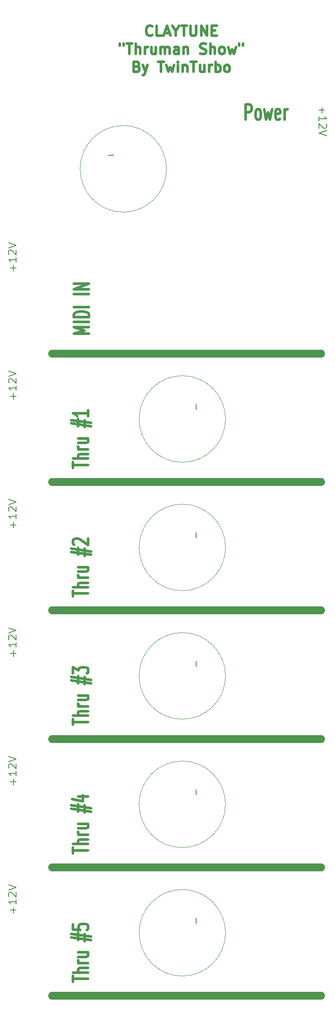
<source format=gbr>
G04 #@! TF.GenerationSoftware,KiCad,Pcbnew,(5.1.7)-1*
G04 #@! TF.CreationDate,2021-12-31T12:27:06+00:00*
G04 #@! TF.ProjectId,Panel,50616e65-6c2e-46b6-9963-61645f706362,rev?*
G04 #@! TF.SameCoordinates,Original*
G04 #@! TF.FileFunction,Legend,Top*
G04 #@! TF.FilePolarity,Positive*
%FSLAX46Y46*%
G04 Gerber Fmt 4.6, Leading zero omitted, Abs format (unit mm)*
G04 Created by KiCad (PCBNEW (5.1.7)-1) date 2021-12-31 12:27:06*
%MOMM*%
%LPD*%
G01*
G04 APERTURE LIST*
%ADD10C,0.500000*%
%ADD11C,1.500000*%
%ADD12C,0.120000*%
%ADD13C,0.150000*%
%ADD14C,0.200000*%
G04 APERTURE END LIST*
D10*
X172087619Y24082857D02*
X172087619Y27082857D01*
X172849523Y27082857D01*
X173040000Y26940000D01*
X173135238Y26797142D01*
X173230476Y26511428D01*
X173230476Y26082857D01*
X173135238Y25797142D01*
X173040000Y25654285D01*
X172849523Y25511428D01*
X172087619Y25511428D01*
X174373333Y24082857D02*
X174182857Y24225714D01*
X174087619Y24368571D01*
X173992380Y24654285D01*
X173992380Y25511428D01*
X174087619Y25797142D01*
X174182857Y25940000D01*
X174373333Y26082857D01*
X174659047Y26082857D01*
X174849523Y25940000D01*
X174944761Y25797142D01*
X175040000Y25511428D01*
X175040000Y24654285D01*
X174944761Y24368571D01*
X174849523Y24225714D01*
X174659047Y24082857D01*
X174373333Y24082857D01*
X175706666Y26082857D02*
X176087619Y24082857D01*
X176468571Y25511428D01*
X176849523Y24082857D01*
X177230476Y26082857D01*
X178754285Y24225714D02*
X178563809Y24082857D01*
X178182857Y24082857D01*
X177992380Y24225714D01*
X177897142Y24511428D01*
X177897142Y25654285D01*
X177992380Y25940000D01*
X178182857Y26082857D01*
X178563809Y26082857D01*
X178754285Y25940000D01*
X178849523Y25654285D01*
X178849523Y25368571D01*
X177897142Y25082857D01*
X179706666Y24082857D02*
X179706666Y26082857D01*
X179706666Y25511428D02*
X179801904Y25797142D01*
X179897142Y25940000D01*
X180087619Y26082857D01*
X180278095Y26082857D01*
X141547142Y-17604761D02*
X138547142Y-17604761D01*
X140690000Y-16938095D01*
X138547142Y-16271428D01*
X141547142Y-16271428D01*
X141547142Y-15319047D02*
X138547142Y-15319047D01*
X141547142Y-14366666D02*
X138547142Y-14366666D01*
X138547142Y-13890476D01*
X138690000Y-13604761D01*
X138975714Y-13414285D01*
X139261428Y-13319047D01*
X139832857Y-13223809D01*
X140261428Y-13223809D01*
X140832857Y-13319047D01*
X141118571Y-13414285D01*
X141404285Y-13604761D01*
X141547142Y-13890476D01*
X141547142Y-14366666D01*
X141547142Y-12366666D02*
X138547142Y-12366666D01*
X141547142Y-9890476D02*
X138547142Y-9890476D01*
X141547142Y-8938095D02*
X138547142Y-8938095D01*
X141547142Y-7795238D01*
X138547142Y-7795238D01*
D11*
X134324000Y-21440000D02*
X186770000Y-21440000D01*
X134324000Y-46440000D02*
X186770000Y-46440000D01*
X134324000Y-71440000D02*
X186770000Y-71440000D01*
X134324000Y-96440000D02*
X186770000Y-96440000D01*
X134324000Y-146440000D02*
X186770000Y-146440000D01*
D10*
X138357142Y-143714285D02*
X138357142Y-142571428D01*
X141357142Y-143142857D02*
X138357142Y-143142857D01*
X141357142Y-141904761D02*
X138357142Y-141904761D01*
X141357142Y-141047619D02*
X139785714Y-141047619D01*
X139500000Y-141142857D01*
X139357142Y-141333333D01*
X139357142Y-141619047D01*
X139500000Y-141809523D01*
X139642857Y-141904761D01*
X141357142Y-140095238D02*
X139357142Y-140095238D01*
X139928571Y-140095238D02*
X139642857Y-140000000D01*
X139500000Y-139904761D01*
X139357142Y-139714285D01*
X139357142Y-139523809D01*
X139357142Y-138000000D02*
X141357142Y-138000000D01*
X139357142Y-138857142D02*
X140928571Y-138857142D01*
X141214285Y-138761904D01*
X141357142Y-138571428D01*
X141357142Y-138285714D01*
X141214285Y-138095238D01*
X141071428Y-138000000D01*
X139357142Y-135619047D02*
X139357142Y-134190476D01*
X138071428Y-135047619D02*
X141928571Y-135619047D01*
X140642857Y-134380952D02*
X140642857Y-135809523D01*
X141928571Y-134952380D02*
X138071428Y-134380952D01*
X138357142Y-132571428D02*
X138357142Y-133523809D01*
X139785714Y-133619047D01*
X139642857Y-133523809D01*
X139500000Y-133333333D01*
X139500000Y-132857142D01*
X139642857Y-132666666D01*
X139785714Y-132571428D01*
X140071428Y-132476190D01*
X140785714Y-132476190D01*
X141071428Y-132571428D01*
X141214285Y-132666666D01*
X141357142Y-132857142D01*
X141357142Y-133333333D01*
X141214285Y-133523809D01*
X141071428Y-133619047D01*
X138357142Y-118714285D02*
X138357142Y-117571428D01*
X141357142Y-118142857D02*
X138357142Y-118142857D01*
X141357142Y-116904761D02*
X138357142Y-116904761D01*
X141357142Y-116047619D02*
X139785714Y-116047619D01*
X139500000Y-116142857D01*
X139357142Y-116333333D01*
X139357142Y-116619047D01*
X139500000Y-116809523D01*
X139642857Y-116904761D01*
X141357142Y-115095238D02*
X139357142Y-115095238D01*
X139928571Y-115095238D02*
X139642857Y-115000000D01*
X139500000Y-114904761D01*
X139357142Y-114714285D01*
X139357142Y-114523809D01*
X139357142Y-113000000D02*
X141357142Y-113000000D01*
X139357142Y-113857142D02*
X140928571Y-113857142D01*
X141214285Y-113761904D01*
X141357142Y-113571428D01*
X141357142Y-113285714D01*
X141214285Y-113095238D01*
X141071428Y-113000000D01*
X139357142Y-110619047D02*
X139357142Y-109190476D01*
X138071428Y-110047619D02*
X141928571Y-110619047D01*
X140642857Y-109380952D02*
X140642857Y-110809523D01*
X141928571Y-109952380D02*
X138071428Y-109380952D01*
X139357142Y-107666666D02*
X141357142Y-107666666D01*
X138214285Y-108142857D02*
X140357142Y-108619047D01*
X140357142Y-107380952D01*
X138357142Y-93714285D02*
X138357142Y-92571428D01*
X141357142Y-93142857D02*
X138357142Y-93142857D01*
X141357142Y-91904761D02*
X138357142Y-91904761D01*
X141357142Y-91047619D02*
X139785714Y-91047619D01*
X139500000Y-91142857D01*
X139357142Y-91333333D01*
X139357142Y-91619047D01*
X139500000Y-91809523D01*
X139642857Y-91904761D01*
X141357142Y-90095238D02*
X139357142Y-90095238D01*
X139928571Y-90095238D02*
X139642857Y-90000000D01*
X139500000Y-89904761D01*
X139357142Y-89714285D01*
X139357142Y-89523809D01*
X139357142Y-88000000D02*
X141357142Y-88000000D01*
X139357142Y-88857142D02*
X140928571Y-88857142D01*
X141214285Y-88761904D01*
X141357142Y-88571428D01*
X141357142Y-88285714D01*
X141214285Y-88095238D01*
X141071428Y-88000000D01*
X139357142Y-85619047D02*
X139357142Y-84190476D01*
X138071428Y-85047619D02*
X141928571Y-85619047D01*
X140642857Y-84380952D02*
X140642857Y-85809523D01*
X141928571Y-84952380D02*
X138071428Y-84380952D01*
X138357142Y-83714285D02*
X138357142Y-82476190D01*
X139500000Y-83142857D01*
X139500000Y-82857142D01*
X139642857Y-82666666D01*
X139785714Y-82571428D01*
X140071428Y-82476190D01*
X140785714Y-82476190D01*
X141071428Y-82571428D01*
X141214285Y-82666666D01*
X141357142Y-82857142D01*
X141357142Y-83428571D01*
X141214285Y-83619047D01*
X141071428Y-83714285D01*
X138357142Y-68714285D02*
X138357142Y-67571428D01*
X141357142Y-68142857D02*
X138357142Y-68142857D01*
X141357142Y-66904761D02*
X138357142Y-66904761D01*
X141357142Y-66047619D02*
X139785714Y-66047619D01*
X139500000Y-66142857D01*
X139357142Y-66333333D01*
X139357142Y-66619047D01*
X139500000Y-66809523D01*
X139642857Y-66904761D01*
X141357142Y-65095238D02*
X139357142Y-65095238D01*
X139928571Y-65095238D02*
X139642857Y-65000000D01*
X139500000Y-64904761D01*
X139357142Y-64714285D01*
X139357142Y-64523809D01*
X139357142Y-63000000D02*
X141357142Y-63000000D01*
X139357142Y-63857142D02*
X140928571Y-63857142D01*
X141214285Y-63761904D01*
X141357142Y-63571428D01*
X141357142Y-63285714D01*
X141214285Y-63095238D01*
X141071428Y-63000000D01*
X139357142Y-60619047D02*
X139357142Y-59190476D01*
X138071428Y-60047619D02*
X141928571Y-60619047D01*
X140642857Y-59380952D02*
X140642857Y-60809523D01*
X141928571Y-59952380D02*
X138071428Y-59380952D01*
X138642857Y-58619047D02*
X138500000Y-58523809D01*
X138357142Y-58333333D01*
X138357142Y-57857142D01*
X138500000Y-57666666D01*
X138642857Y-57571428D01*
X138928571Y-57476190D01*
X139214285Y-57476190D01*
X139642857Y-57571428D01*
X141357142Y-58714285D01*
X141357142Y-57476190D01*
X138357142Y-43714285D02*
X138357142Y-42571428D01*
X141357142Y-43142857D02*
X138357142Y-43142857D01*
X141357142Y-41904761D02*
X138357142Y-41904761D01*
X141357142Y-41047619D02*
X139785714Y-41047619D01*
X139500000Y-41142857D01*
X139357142Y-41333333D01*
X139357142Y-41619047D01*
X139500000Y-41809523D01*
X139642857Y-41904761D01*
X141357142Y-40095238D02*
X139357142Y-40095238D01*
X139928571Y-40095238D02*
X139642857Y-40000000D01*
X139500000Y-39904761D01*
X139357142Y-39714285D01*
X139357142Y-39523809D01*
X139357142Y-38000000D02*
X141357142Y-38000000D01*
X139357142Y-38857142D02*
X140928571Y-38857142D01*
X141214285Y-38761904D01*
X141357142Y-38571428D01*
X141357142Y-38285714D01*
X141214285Y-38095238D01*
X141071428Y-38000000D01*
X139357142Y-35619047D02*
X139357142Y-34190476D01*
X138071428Y-35047619D02*
X141928571Y-35619047D01*
X140642857Y-34380952D02*
X140642857Y-35809523D01*
X141928571Y-34952380D02*
X138071428Y-34380952D01*
X141357142Y-32476190D02*
X141357142Y-33619047D01*
X141357142Y-33047619D02*
X138357142Y-33047619D01*
X138785714Y-33238095D01*
X139071428Y-33428571D01*
X139214285Y-33619047D01*
D11*
X134324000Y-121440000D02*
X186770000Y-121440000D01*
D10*
X153883333Y40575714D02*
X153788095Y40480476D01*
X153502380Y40385238D01*
X153311904Y40385238D01*
X153026190Y40480476D01*
X152835714Y40670952D01*
X152740476Y40861428D01*
X152645238Y41242380D01*
X152645238Y41528095D01*
X152740476Y41909047D01*
X152835714Y42099523D01*
X153026190Y42290000D01*
X153311904Y42385238D01*
X153502380Y42385238D01*
X153788095Y42290000D01*
X153883333Y42194761D01*
X155692857Y40385238D02*
X154740476Y40385238D01*
X154740476Y42385238D01*
X156264285Y40956666D02*
X157216666Y40956666D01*
X156073809Y40385238D02*
X156740476Y42385238D01*
X157407142Y40385238D01*
X158454761Y41337619D02*
X158454761Y40385238D01*
X157788095Y42385238D02*
X158454761Y41337619D01*
X159121428Y42385238D01*
X159502380Y42385238D02*
X160645238Y42385238D01*
X160073809Y40385238D02*
X160073809Y42385238D01*
X161311904Y42385238D02*
X161311904Y40766190D01*
X161407142Y40575714D01*
X161502380Y40480476D01*
X161692857Y40385238D01*
X162073809Y40385238D01*
X162264285Y40480476D01*
X162359523Y40575714D01*
X162454761Y40766190D01*
X162454761Y42385238D01*
X163407142Y40385238D02*
X163407142Y42385238D01*
X164550000Y40385238D01*
X164550000Y42385238D01*
X165502380Y41432857D02*
X166169047Y41432857D01*
X166454761Y40385238D02*
X165502380Y40385238D01*
X165502380Y42385238D01*
X166454761Y42385238D01*
X147502380Y38885238D02*
X147502380Y38504285D01*
X148264285Y38885238D02*
X148264285Y38504285D01*
X148835714Y38885238D02*
X149978571Y38885238D01*
X149407142Y36885238D02*
X149407142Y38885238D01*
X150645238Y36885238D02*
X150645238Y38885238D01*
X151502380Y36885238D02*
X151502380Y37932857D01*
X151407142Y38123333D01*
X151216666Y38218571D01*
X150930952Y38218571D01*
X150740476Y38123333D01*
X150645238Y38028095D01*
X152454761Y36885238D02*
X152454761Y38218571D01*
X152454761Y37837619D02*
X152550000Y38028095D01*
X152645238Y38123333D01*
X152835714Y38218571D01*
X153026190Y38218571D01*
X154550000Y38218571D02*
X154550000Y36885238D01*
X153692857Y38218571D02*
X153692857Y37170952D01*
X153788095Y36980476D01*
X153978571Y36885238D01*
X154264285Y36885238D01*
X154454761Y36980476D01*
X154550000Y37075714D01*
X155502380Y36885238D02*
X155502380Y38218571D01*
X155502380Y38028095D02*
X155597619Y38123333D01*
X155788095Y38218571D01*
X156073809Y38218571D01*
X156264285Y38123333D01*
X156359523Y37932857D01*
X156359523Y36885238D01*
X156359523Y37932857D02*
X156454761Y38123333D01*
X156645238Y38218571D01*
X156930952Y38218571D01*
X157121428Y38123333D01*
X157216666Y37932857D01*
X157216666Y36885238D01*
X159026190Y36885238D02*
X159026190Y37932857D01*
X158930952Y38123333D01*
X158740476Y38218571D01*
X158359523Y38218571D01*
X158169047Y38123333D01*
X159026190Y36980476D02*
X158835714Y36885238D01*
X158359523Y36885238D01*
X158169047Y36980476D01*
X158073809Y37170952D01*
X158073809Y37361428D01*
X158169047Y37551904D01*
X158359523Y37647142D01*
X158835714Y37647142D01*
X159026190Y37742380D01*
X159978571Y38218571D02*
X159978571Y36885238D01*
X159978571Y38028095D02*
X160073809Y38123333D01*
X160264285Y38218571D01*
X160550000Y38218571D01*
X160740476Y38123333D01*
X160835714Y37932857D01*
X160835714Y36885238D01*
X163216666Y36980476D02*
X163502380Y36885238D01*
X163978571Y36885238D01*
X164169047Y36980476D01*
X164264285Y37075714D01*
X164359523Y37266190D01*
X164359523Y37456666D01*
X164264285Y37647142D01*
X164169047Y37742380D01*
X163978571Y37837619D01*
X163597619Y37932857D01*
X163407142Y38028095D01*
X163311904Y38123333D01*
X163216666Y38313809D01*
X163216666Y38504285D01*
X163311904Y38694761D01*
X163407142Y38790000D01*
X163597619Y38885238D01*
X164073809Y38885238D01*
X164359523Y38790000D01*
X165216666Y36885238D02*
X165216666Y38885238D01*
X166073809Y36885238D02*
X166073809Y37932857D01*
X165978571Y38123333D01*
X165788095Y38218571D01*
X165502380Y38218571D01*
X165311904Y38123333D01*
X165216666Y38028095D01*
X167311904Y36885238D02*
X167121428Y36980476D01*
X167026190Y37075714D01*
X166930952Y37266190D01*
X166930952Y37837619D01*
X167026190Y38028095D01*
X167121428Y38123333D01*
X167311904Y38218571D01*
X167597619Y38218571D01*
X167788095Y38123333D01*
X167883333Y38028095D01*
X167978571Y37837619D01*
X167978571Y37266190D01*
X167883333Y37075714D01*
X167788095Y36980476D01*
X167597619Y36885238D01*
X167311904Y36885238D01*
X168645238Y38218571D02*
X169026190Y36885238D01*
X169407142Y37837619D01*
X169788095Y36885238D01*
X170169047Y38218571D01*
X170835714Y38885238D02*
X170835714Y38504285D01*
X171597619Y38885238D02*
X171597619Y38504285D01*
X150883333Y34432857D02*
X151169047Y34337619D01*
X151264285Y34242380D01*
X151359523Y34051904D01*
X151359523Y33766190D01*
X151264285Y33575714D01*
X151169047Y33480476D01*
X150978571Y33385238D01*
X150216666Y33385238D01*
X150216666Y35385238D01*
X150883333Y35385238D01*
X151073809Y35290000D01*
X151169047Y35194761D01*
X151264285Y35004285D01*
X151264285Y34813809D01*
X151169047Y34623333D01*
X151073809Y34528095D01*
X150883333Y34432857D01*
X150216666Y34432857D01*
X152026190Y34718571D02*
X152502380Y33385238D01*
X152978571Y34718571D02*
X152502380Y33385238D01*
X152311904Y32909047D01*
X152216666Y32813809D01*
X152026190Y32718571D01*
X154978571Y35385238D02*
X156121428Y35385238D01*
X155550000Y33385238D02*
X155550000Y35385238D01*
X156597619Y34718571D02*
X156978571Y33385238D01*
X157359523Y34337619D01*
X157740476Y33385238D01*
X158121428Y34718571D01*
X158883333Y33385238D02*
X158883333Y34718571D01*
X158883333Y35385238D02*
X158788095Y35290000D01*
X158883333Y35194761D01*
X158978571Y35290000D01*
X158883333Y35385238D01*
X158883333Y35194761D01*
X159835714Y34718571D02*
X159835714Y33385238D01*
X159835714Y34528095D02*
X159930952Y34623333D01*
X160121428Y34718571D01*
X160407142Y34718571D01*
X160597619Y34623333D01*
X160692857Y34432857D01*
X160692857Y33385238D01*
X161359523Y35385238D02*
X162502380Y35385238D01*
X161930952Y33385238D02*
X161930952Y35385238D01*
X164026190Y34718571D02*
X164026190Y33385238D01*
X163169047Y34718571D02*
X163169047Y33670952D01*
X163264285Y33480476D01*
X163454761Y33385238D01*
X163740476Y33385238D01*
X163930952Y33480476D01*
X164026190Y33575714D01*
X164978571Y33385238D02*
X164978571Y34718571D01*
X164978571Y34337619D02*
X165073809Y34528095D01*
X165169047Y34623333D01*
X165359523Y34718571D01*
X165550000Y34718571D01*
X166216666Y33385238D02*
X166216666Y35385238D01*
X166216666Y34623333D02*
X166407142Y34718571D01*
X166788095Y34718571D01*
X166978571Y34623333D01*
X167073809Y34528095D01*
X167169047Y34337619D01*
X167169047Y33766190D01*
X167073809Y33575714D01*
X166978571Y33480476D01*
X166788095Y33385238D01*
X166407142Y33385238D01*
X166216666Y33480476D01*
X168311904Y33385238D02*
X168121428Y33480476D01*
X168026190Y33575714D01*
X167930952Y33766190D01*
X167930952Y34337619D01*
X168026190Y34528095D01*
X168121428Y34623333D01*
X168311904Y34718571D01*
X168597619Y34718571D01*
X168788095Y34623333D01*
X168883333Y34528095D01*
X168978571Y34337619D01*
X168978571Y33766190D01*
X168883333Y33575714D01*
X168788095Y33480476D01*
X168597619Y33385238D01*
X168311904Y33385238D01*
D12*
X168148980Y-134180000D02*
G75*
G03*
X168148980Y-134180000I-8428980J0D01*
G01*
X168148980Y-109180000D02*
G75*
G03*
X168148980Y-109180000I-8428980J0D01*
G01*
X168148980Y-84180000D02*
G75*
G03*
X168148980Y-84180000I-8428980J0D01*
G01*
X168148980Y-59180000D02*
G75*
G03*
X168148980Y-59180000I-8428980J0D01*
G01*
X168148980Y-34180000D02*
G75*
G03*
X168148980Y-34180000I-8428980J0D01*
G01*
X156638980Y14510000D02*
G75*
G03*
X156638980Y14510000I-8428980J0D01*
G01*
D13*
X162529047Y-132302380D02*
X162433809Y-132254761D01*
X162386190Y-132159523D01*
X162386190Y-131302380D01*
X162529047Y-107302380D02*
X162433809Y-107254761D01*
X162386190Y-107159523D01*
X162386190Y-106302380D01*
X162529047Y-82302380D02*
X162433809Y-82254761D01*
X162386190Y-82159523D01*
X162386190Y-81302380D01*
X162529047Y-57302380D02*
X162433809Y-57254761D01*
X162386190Y-57159523D01*
X162386190Y-56302380D01*
X162529047Y-32302380D02*
X162433809Y-32254761D01*
X162386190Y-32159523D01*
X162386190Y-31302380D01*
X146332380Y17319047D02*
X146284761Y17223809D01*
X146189523Y17176190D01*
X145332380Y17176190D01*
D14*
X126737142Y-80352857D02*
X126737142Y-79210000D01*
X127308571Y-79781428D02*
X126165714Y-79781428D01*
X127308571Y-77710000D02*
X127308571Y-78567142D01*
X127308571Y-78138571D02*
X125808571Y-78138571D01*
X126022857Y-78281428D01*
X126165714Y-78424285D01*
X126237142Y-78567142D01*
X125951428Y-77138571D02*
X125880000Y-77067142D01*
X125808571Y-76924285D01*
X125808571Y-76567142D01*
X125880000Y-76424285D01*
X125951428Y-76352857D01*
X126094285Y-76281428D01*
X126237142Y-76281428D01*
X126451428Y-76352857D01*
X127308571Y-77210000D01*
X127308571Y-76281428D01*
X125808571Y-75852857D02*
X127308571Y-75352857D01*
X125808571Y-74852857D01*
X126737142Y-130352857D02*
X126737142Y-129210000D01*
X127308571Y-129781428D02*
X126165714Y-129781428D01*
X127308571Y-127710000D02*
X127308571Y-128567142D01*
X127308571Y-128138571D02*
X125808571Y-128138571D01*
X126022857Y-128281428D01*
X126165714Y-128424285D01*
X126237142Y-128567142D01*
X125951428Y-127138571D02*
X125880000Y-127067142D01*
X125808571Y-126924285D01*
X125808571Y-126567142D01*
X125880000Y-126424285D01*
X125951428Y-126352857D01*
X126094285Y-126281428D01*
X126237142Y-126281428D01*
X126451428Y-126352857D01*
X127308571Y-127210000D01*
X127308571Y-126281428D01*
X125808571Y-125852857D02*
X127308571Y-125352857D01*
X125808571Y-124852857D01*
X126737142Y-105352857D02*
X126737142Y-104210000D01*
X127308571Y-104781428D02*
X126165714Y-104781428D01*
X127308571Y-102710000D02*
X127308571Y-103567142D01*
X127308571Y-103138571D02*
X125808571Y-103138571D01*
X126022857Y-103281428D01*
X126165714Y-103424285D01*
X126237142Y-103567142D01*
X125951428Y-102138571D02*
X125880000Y-102067142D01*
X125808571Y-101924285D01*
X125808571Y-101567142D01*
X125880000Y-101424285D01*
X125951428Y-101352857D01*
X126094285Y-101281428D01*
X126237142Y-101281428D01*
X126451428Y-101352857D01*
X127308571Y-102210000D01*
X127308571Y-101281428D01*
X125808571Y-100852857D02*
X127308571Y-100352857D01*
X125808571Y-99852857D01*
X126737142Y-55352857D02*
X126737142Y-54210000D01*
X127308571Y-54781428D02*
X126165714Y-54781428D01*
X127308571Y-52710000D02*
X127308571Y-53567142D01*
X127308571Y-53138571D02*
X125808571Y-53138571D01*
X126022857Y-53281428D01*
X126165714Y-53424285D01*
X126237142Y-53567142D01*
X125951428Y-52138571D02*
X125880000Y-52067142D01*
X125808571Y-51924285D01*
X125808571Y-51567142D01*
X125880000Y-51424285D01*
X125951428Y-51352857D01*
X126094285Y-51281428D01*
X126237142Y-51281428D01*
X126451428Y-51352857D01*
X127308571Y-52210000D01*
X127308571Y-51281428D01*
X125808571Y-50852857D02*
X127308571Y-50352857D01*
X125808571Y-49852857D01*
X126737142Y-30352857D02*
X126737142Y-29210000D01*
X127308571Y-29781428D02*
X126165714Y-29781428D01*
X127308571Y-27710000D02*
X127308571Y-28567142D01*
X127308571Y-28138571D02*
X125808571Y-28138571D01*
X126022857Y-28281428D01*
X126165714Y-28424285D01*
X126237142Y-28567142D01*
X125951428Y-27138571D02*
X125880000Y-27067142D01*
X125808571Y-26924285D01*
X125808571Y-26567142D01*
X125880000Y-26424285D01*
X125951428Y-26352857D01*
X126094285Y-26281428D01*
X126237142Y-26281428D01*
X126451428Y-26352857D01*
X127308571Y-27210000D01*
X127308571Y-26281428D01*
X125808571Y-25852857D02*
X127308571Y-25352857D01*
X125808571Y-24852857D01*
X186942857Y26482857D02*
X186942857Y25340000D01*
X186371428Y25911428D02*
X187514285Y25911428D01*
X186371428Y23840000D02*
X186371428Y24697142D01*
X186371428Y24268571D02*
X187871428Y24268571D01*
X187657142Y24411428D01*
X187514285Y24554285D01*
X187442857Y24697142D01*
X187728571Y23268571D02*
X187800000Y23197142D01*
X187871428Y23054285D01*
X187871428Y22697142D01*
X187800000Y22554285D01*
X187728571Y22482857D01*
X187585714Y22411428D01*
X187442857Y22411428D01*
X187228571Y22482857D01*
X186371428Y23340000D01*
X186371428Y22411428D01*
X187871428Y21982857D02*
X186371428Y21482857D01*
X187871428Y20982857D01*
X126737142Y-5352857D02*
X126737142Y-4210000D01*
X127308571Y-4781428D02*
X126165714Y-4781428D01*
X127308571Y-2710000D02*
X127308571Y-3567142D01*
X127308571Y-3138571D02*
X125808571Y-3138571D01*
X126022857Y-3281428D01*
X126165714Y-3424285D01*
X126237142Y-3567142D01*
X125951428Y-2138571D02*
X125880000Y-2067142D01*
X125808571Y-1924285D01*
X125808571Y-1567142D01*
X125880000Y-1424285D01*
X125951428Y-1352857D01*
X126094285Y-1281428D01*
X126237142Y-1281428D01*
X126451428Y-1352857D01*
X127308571Y-2210000D01*
X127308571Y-1281428D01*
X125808571Y-852857D02*
X127308571Y-352857D01*
X125808571Y147142D01*
M02*

</source>
